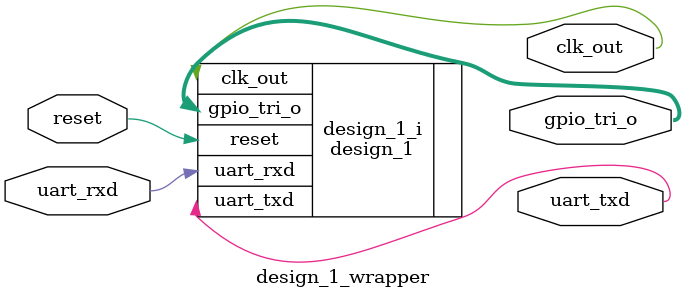
<source format=v>
`timescale 1 ps / 1 ps

module design_1_wrapper
   (clk_out,
    gpio_tri_o,
    reset,
    uart_rxd,
    uart_txd);
  output clk_out;
  output [31:0]gpio_tri_o;
  input reset;
  input uart_rxd;
  output uart_txd;

  wire clk_out;
  wire [31:0]gpio_tri_o;
  wire reset;
  wire uart_rxd;
  wire uart_txd;

  design_1 design_1_i
       (.clk_out(clk_out),
        .gpio_tri_o(gpio_tri_o),
        .reset(reset),
        .uart_rxd(uart_rxd),
        .uart_txd(uart_txd));
endmodule

</source>
